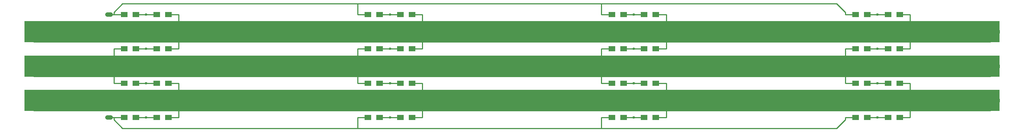
<source format=gbr>
G04 #@! TF.FileFunction,Copper,L1,Top,Signal*
%FSLAX46Y46*%
G04 Gerber Fmt 4.6, Leading zero omitted, Abs format (unit mm)*
G04 Created by KiCad (PCBNEW 4.0.7-e2-6376~58~ubuntu16.04.1) date Fri Dec 15 23:42:03 2017*
%MOMM*%
%LPD*%
G01*
G04 APERTURE LIST*
%ADD10C,0.100000*%
%ADD11R,1.500000X1.300000*%
%ADD12R,5.000000X5.000000*%
%ADD13C,0.600000*%
%ADD14C,0.250000*%
%ADD15C,5.000000*%
%ADD16C,1.000000*%
G04 APERTURE END LIST*
D10*
D11*
X-25850000Y12000000D03*
X-23150000Y12000000D03*
X89850000Y4000000D03*
X87150000Y4000000D03*
X82350000Y4000000D03*
X79650000Y4000000D03*
X23150000Y-4000000D03*
X25850000Y-4000000D03*
X-82350000Y-4000000D03*
X-79650000Y-4000000D03*
X-79650000Y-12000000D03*
X-82350000Y-12000000D03*
X-82350000Y12000000D03*
X-79650000Y12000000D03*
X33350000Y4000000D03*
X30650000Y4000000D03*
X-30650000Y4000000D03*
X-33350000Y4000000D03*
X-33350000Y-4000000D03*
X-30650000Y-4000000D03*
X-25850000Y-4000000D03*
X-23150000Y-4000000D03*
X-23150000Y-12000000D03*
X-25850000Y-12000000D03*
X30650000Y12000000D03*
X33350000Y12000000D03*
X-23150000Y4000000D03*
X-25850000Y4000000D03*
X-87150000Y4000000D03*
X-89850000Y4000000D03*
X79650000Y-4000000D03*
X82350000Y-4000000D03*
X87150000Y-4000000D03*
X89850000Y-4000000D03*
X89850000Y-12000000D03*
X87150000Y-12000000D03*
X87150000Y12000000D03*
X89850000Y12000000D03*
X-79650000Y4000000D03*
X-82350000Y4000000D03*
X25850000Y4000000D03*
X23150000Y4000000D03*
X-89850000Y-4000000D03*
X-87150000Y-4000000D03*
X30650000Y-4000000D03*
X33350000Y-4000000D03*
X33350000Y-12000000D03*
X30650000Y-12000000D03*
X-33350000Y12000000D03*
X-30650000Y12000000D03*
X-30650000Y-12000000D03*
X-33350000Y-12000000D03*
X23150000Y12000000D03*
X25850000Y12000000D03*
X82350000Y-12000000D03*
X79650000Y-12000000D03*
X79650000Y12000000D03*
X82350000Y12000000D03*
X-87150000Y-12000000D03*
X-89850000Y-12000000D03*
X-89850000Y12000000D03*
X-87150000Y12000000D03*
X25850000Y-12000000D03*
X23150000Y-12000000D03*
D12*
X110500000Y8000000D03*
X-110500000Y0D03*
X-110500000Y-8000000D03*
X-110500000Y8000000D03*
X110500000Y0D03*
X110500000Y-8000000D03*
D13*
X28250000Y12000000D03*
X-28250000Y12000000D03*
X-84750000Y12000000D03*
X84750000Y12000000D03*
X84750000Y4000000D03*
X28250000Y4000000D03*
X-28250000Y4000000D03*
X-84750000Y4000000D03*
X84750000Y-4000000D03*
X28250000Y-4000000D03*
X-28250000Y-4000000D03*
X-84750000Y-4000000D03*
X84750000Y-12000000D03*
X28250000Y-12000000D03*
X-28250000Y-12000000D03*
X-84750000Y-12000000D03*
D14*
X30650000Y12000000D02*
X28250000Y12000000D01*
X25850000Y12000000D02*
X28250000Y12000000D01*
X-25850000Y12000000D02*
X-28250000Y12000000D01*
X-30650000Y12000000D02*
X-28250000Y12000000D01*
X-82350000Y12000000D02*
X-84750000Y12000000D01*
X-87150000Y12000000D02*
X-84750000Y12000000D01*
X82350000Y12000000D02*
X84750000Y12000000D01*
X87150000Y12000000D02*
X84750000Y12000000D01*
X89850000Y4000000D02*
X92250000Y4000000D01*
X92250000Y4000000D02*
X92250000Y8000000D01*
X92250000Y8000000D02*
X92250000Y7250000D01*
X92250000Y7250000D02*
X92250000Y8000000D01*
X35750000Y8000000D02*
X35750000Y4000000D01*
X35750000Y4000000D02*
X33350000Y4000000D01*
X-23150000Y4000000D02*
X-20750000Y4000000D01*
X-20750000Y4000000D02*
X-20750000Y8000000D01*
X-77250000Y8000000D02*
X-77250000Y4000000D01*
X-77250000Y4000000D02*
X-79650000Y4000000D01*
X-77250000Y8000000D02*
X-77250000Y8750000D01*
X-23150000Y12000000D02*
X-20750000Y12000000D01*
X-20750000Y12000000D02*
X-20750000Y8000000D01*
X-77250000Y8000000D02*
X-77250000Y8750000D01*
X-77250000Y8750000D02*
X-77250000Y12000000D01*
X-77250000Y12000000D02*
X-79650000Y12000000D01*
X35750000Y12000000D02*
X35750000Y8000000D01*
X33350000Y12000000D02*
X35750000Y12000000D01*
X36000000Y8250000D02*
X36000000Y8000000D01*
X35750000Y8000000D02*
X36000000Y8250000D01*
X92250000Y8000000D02*
X92250000Y12000000D01*
X92250000Y12000000D02*
X89850000Y12000000D01*
D15*
X110500000Y8000000D02*
X92250000Y8000000D01*
X92250000Y8000000D02*
X92250000Y8000000D01*
X92250000Y8000000D02*
X36000000Y8000000D01*
X36000000Y8000000D02*
X-20750000Y8000000D01*
X-20750000Y8000000D02*
X-77250000Y8000000D01*
X-77250000Y8000000D02*
X-110500000Y8000000D01*
D14*
X82350000Y4000000D02*
X84750000Y4000000D01*
X87150000Y4000000D02*
X84750000Y4000000D01*
X25850000Y4000000D02*
X28250000Y4000000D01*
X30650000Y4000000D02*
X28250000Y4000000D01*
X-30650000Y4000000D02*
X-28250000Y4000000D01*
X-25850000Y4000000D02*
X-28250000Y4000000D01*
X-87150000Y4000000D02*
X-84750000Y4000000D01*
X-82350000Y4000000D02*
X-84750000Y4000000D01*
X79650000Y-4000000D02*
X77250000Y-4000000D01*
X77250000Y-4000000D02*
X77250000Y0D01*
X77250000Y0D02*
X77250000Y250000D01*
X23150000Y-4000000D02*
X20750000Y-4000000D01*
X20750000Y-4000000D02*
X20750000Y0D01*
X20750000Y0D02*
X20750000Y-2250000D01*
X20750000Y-2250000D02*
X20750000Y0D01*
X-33350000Y-4000000D02*
X-35750000Y-4000000D01*
X-35750000Y-4000000D02*
X-35750000Y0D01*
X-35750000Y0D02*
X-35750000Y-1250000D01*
X-35750000Y-1250000D02*
X-35750000Y0D01*
X-89850000Y-4000000D02*
X-92250000Y-4000000D01*
X-92250000Y-4000000D02*
X-92250000Y0D01*
X-92250000Y0D02*
X-92250000Y-500000D01*
X-92250000Y-500000D02*
X-92250000Y0D01*
X79650000Y4000000D02*
X77250000Y4000000D01*
X77250000Y4000000D02*
X77250000Y250000D01*
X77250000Y250000D02*
X77250000Y0D01*
X77250000Y0D02*
X77250000Y2000000D01*
X77250000Y2000000D02*
X77250000Y0D01*
X23150000Y4000000D02*
X20750000Y4000000D01*
X20750000Y4000000D02*
X20750000Y0D01*
X20750000Y0D02*
X20750000Y1500000D01*
X20750000Y1500000D02*
X20750000Y0D01*
X-33350000Y4000000D02*
X-35750000Y4000000D01*
X-35750000Y4000000D02*
X-35750000Y0D01*
X-35750000Y0D02*
X-35750000Y1000000D01*
X-35750000Y1000000D02*
X-35750000Y0D01*
X-92250000Y0D02*
X-92250000Y4000000D01*
X-92250000Y4000000D02*
X-89850000Y4000000D01*
X-92250000Y0D02*
X-92250000Y1500000D01*
X-92250000Y1500000D02*
X-92250000Y0D01*
D15*
X-110500000Y0D02*
X-92250000Y0D01*
X-92250000Y0D02*
X-92250000Y0D01*
X-92250000Y0D02*
X-35750000Y0D01*
X-35750000Y0D02*
X-35750000Y0D01*
X-35750000Y0D02*
X20750000Y0D01*
X20750000Y0D02*
X20750000Y0D01*
X20750000Y0D02*
X77250000Y0D01*
X77250000Y0D02*
X110500000Y0D01*
D14*
X82350000Y-4000000D02*
X84750000Y-4000000D01*
X87150000Y-4000000D02*
X84750000Y-4000000D01*
X28250000Y-4000000D02*
X25850000Y-4000000D01*
X30650000Y-4000000D02*
X28250000Y-4000000D01*
X-25850000Y-4000000D02*
X-28250000Y-4000000D01*
X-30650000Y-4000000D02*
X-28250000Y-4000000D01*
X-87150000Y-4000000D02*
X-84750000Y-4000000D01*
X-82350000Y-4000000D02*
X-84750000Y-4000000D01*
X89850000Y-12000000D02*
X92250000Y-12000000D01*
X92250000Y-12000000D02*
X92250000Y-8000000D01*
X92250000Y-8000000D02*
X92250000Y-9250000D01*
X92250000Y-9250000D02*
X92250000Y-8000000D01*
X33350000Y-12000000D02*
X35750000Y-12000000D01*
X35750000Y-12000000D02*
X35750000Y-8000000D01*
X35750000Y-8000000D02*
X35750000Y-8250000D01*
X35750000Y-8250000D02*
X35750000Y-8000000D01*
X-23150000Y-12000000D02*
X-20750000Y-12000000D01*
X-20750000Y-12000000D02*
X-20750000Y-8000000D01*
X-20750000Y-8000000D02*
X-20750000Y-8250000D01*
X-20750000Y-8250000D02*
X-20750000Y-8000000D01*
X-79650000Y-12000000D02*
X-77250000Y-12000000D01*
X-77250000Y-12000000D02*
X-77250000Y-8000000D01*
X-77250000Y-8000000D02*
X-77250000Y-7750000D01*
X89850000Y-4000000D02*
X92250000Y-4000000D01*
X92250000Y-4000000D02*
X92250000Y-8000000D01*
X92250000Y-8000000D02*
X92250000Y-5750000D01*
X92250000Y-5750000D02*
X92250000Y-8000000D01*
X33350000Y-4000000D02*
X35750000Y-4000000D01*
X35750000Y-4000000D02*
X35750000Y-8000000D01*
X35750000Y-8000000D02*
X35750000Y-7750000D01*
X35750000Y-7750000D02*
X35750000Y-8000000D01*
X-23150000Y-4000000D02*
X-20750000Y-4000000D01*
X-21000000Y-6750000D02*
X-21000000Y-8000000D01*
X-21000000Y-7750000D02*
X-21000000Y-6750000D01*
X-20750000Y-8000000D02*
X-21000000Y-7750000D01*
X-20750000Y-4000000D02*
X-20750000Y-8000000D01*
X-79650000Y-4000000D02*
X-77250000Y-4000000D01*
X-77250000Y-4000000D02*
X-77250000Y-7750000D01*
X-77250000Y-7750000D02*
X-77250000Y-8000000D01*
X-77250000Y-8000000D02*
X-77250000Y-6000000D01*
X-77250000Y-6000000D02*
X-77250000Y-8000000D01*
D15*
X110500000Y-8000000D02*
X92250000Y-8000000D01*
X92250000Y-8000000D02*
X92250000Y-8000000D01*
X92250000Y-8000000D02*
X35750000Y-8000000D01*
X35750000Y-8000000D02*
X35750000Y-8000000D01*
X35750000Y-8000000D02*
X-20750000Y-8000000D01*
X-20750000Y-8000000D02*
X-21000000Y-8000000D01*
X-21000000Y-8000000D02*
X-77250000Y-8000000D01*
X-77250000Y-8000000D02*
X-110500000Y-8000000D01*
D14*
X84750000Y-12000000D02*
X82350000Y-12000000D01*
X87150000Y-12000000D02*
X84750000Y-12000000D01*
X25850000Y-12000000D02*
X28250000Y-12000000D01*
X30650000Y-12000000D02*
X28250000Y-12000000D01*
X-28250000Y-12000000D02*
X-30650000Y-12000000D01*
X-25850000Y-12000000D02*
X-28250000Y-12000000D01*
X-84750000Y-12000000D02*
X-87150000Y-12000000D01*
X-82350000Y-12000000D02*
X-84750000Y-12000000D01*
D16*
X-93750000Y12000000D02*
X-93000000Y12000000D01*
D14*
X-92250000Y12000000D02*
X-93000000Y12000000D01*
X-93750000Y12000000D02*
X-93000000Y12000000D01*
X-33350000Y12000000D02*
X-35750000Y12000000D01*
X-35750000Y12000000D02*
X-35750000Y14500000D01*
X23150000Y12000000D02*
X20750000Y12000000D01*
X20750000Y12000000D02*
X20750000Y14500000D01*
X79650000Y12000000D02*
X77250000Y12000000D01*
X-92250000Y12500000D02*
X-90250000Y14500000D01*
X-90250000Y14500000D02*
X-35750000Y14500000D01*
X-35750000Y14500000D02*
X20750000Y14500000D01*
X20750000Y14500000D02*
X75250000Y14500000D01*
X-92250000Y12000000D02*
X-89850000Y12000000D01*
X-92250000Y12000000D02*
X-92250000Y12500000D01*
X77250000Y12500000D02*
X75250000Y14500000D01*
X77250000Y12000000D02*
X77250000Y12500000D01*
D16*
X-93750000Y-12000000D02*
X-93000000Y-12000000D01*
D14*
X-92250000Y-12000000D02*
X-93000000Y-12000000D01*
X-93750000Y-12000000D02*
X-93000000Y-12000000D01*
X-35750000Y-14500000D02*
X20750000Y-14500000D01*
X20750000Y-12000000D02*
X20750000Y-14500000D01*
X20750000Y-12000000D02*
X23150000Y-12000000D01*
X-90250000Y-14500000D02*
X-35750000Y-14500000D01*
X-35750000Y-12000000D02*
X-35750000Y-14500000D01*
X-35750000Y-12000000D02*
X-33350000Y-12000000D01*
X-92250000Y-12000000D02*
X-92250000Y-12500000D01*
X-92250000Y-12500000D02*
X-90250000Y-14500000D01*
X-89850000Y-12000000D02*
X-92250000Y-12000000D01*
X-90250000Y-14500000D02*
X75250000Y-14500000D01*
X-90250000Y-14500000D02*
X-92250000Y-12500000D01*
X79650000Y-12000000D02*
X77250000Y-12000000D01*
X77250000Y-12500000D02*
X75250000Y-14500000D01*
X77250000Y-12000000D02*
X77250000Y-12500000D01*
M02*

</source>
